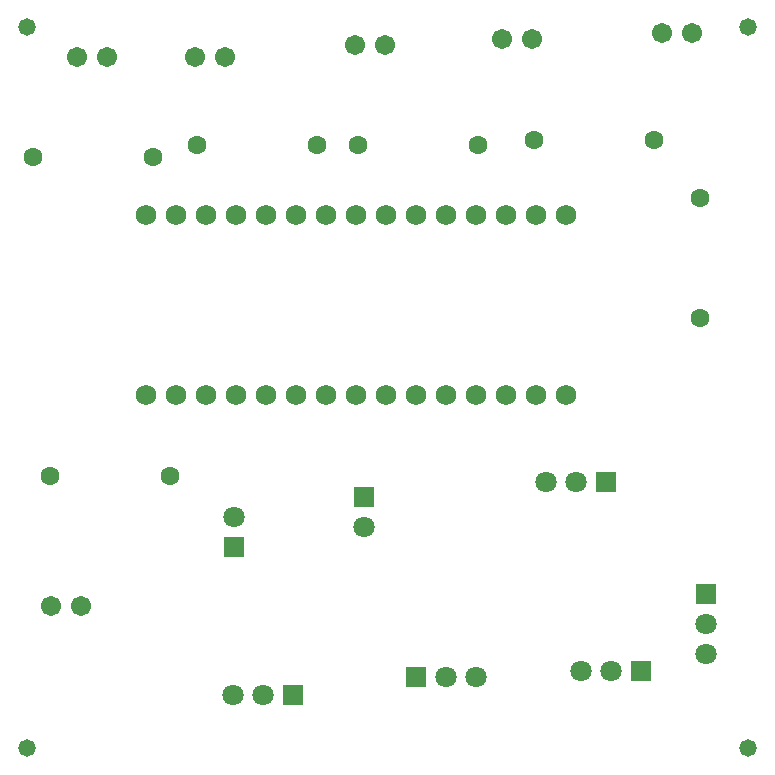
<source format=gbs>
G04*
G04 #@! TF.GenerationSoftware,Altium Limited,Altium Designer,22.6.1 (34)*
G04*
G04 Layer_Color=16711935*
%FSLAX24Y24*%
%MOIN*%
G70*
G04*
G04 #@! TF.SameCoordinates,6E773C18-5622-4DD5-A5AB-6A1A1A176540*
G04*
G04*
G04 #@! TF.FilePolarity,Negative*
G04*
G01*
G75*
%ADD15C,0.0710*%
%ADD16R,0.0710X0.0710*%
%ADD17C,0.0680*%
%ADD18C,0.0671*%
%ADD19C,0.0631*%
%ADD20R,0.0710X0.0710*%
%ADD21C,0.0580*%
D15*
X7677Y8480D02*
D03*
X12008Y8161D02*
D03*
X8646Y2559D02*
D03*
X7646D02*
D03*
X19079Y9646D02*
D03*
X18079D02*
D03*
X20260Y3346D02*
D03*
X19260D02*
D03*
X14764Y3150D02*
D03*
X15764D02*
D03*
X23425Y4921D02*
D03*
Y3921D02*
D03*
D16*
X7677Y7480D02*
D03*
X12008Y9161D02*
D03*
X23425Y5921D02*
D03*
D17*
X18764Y18551D02*
D03*
X17764D02*
D03*
X16764D02*
D03*
X15764D02*
D03*
X14764D02*
D03*
X13764D02*
D03*
X12764D02*
D03*
X11764D02*
D03*
X10764D02*
D03*
X9764D02*
D03*
X8764D02*
D03*
X7764D02*
D03*
X6764D02*
D03*
X5764D02*
D03*
X4764D02*
D03*
Y12551D02*
D03*
X5764D02*
D03*
X6764D02*
D03*
X7764D02*
D03*
X8764D02*
D03*
X9764D02*
D03*
X10764D02*
D03*
X11764D02*
D03*
X12764D02*
D03*
X13764D02*
D03*
X14764D02*
D03*
X15764D02*
D03*
X16764D02*
D03*
X17764D02*
D03*
X18764D02*
D03*
D18*
X2453Y23819D02*
D03*
X3453D02*
D03*
X7390D02*
D03*
X6390D02*
D03*
X11705Y24213D02*
D03*
X12705D02*
D03*
X17626Y24409D02*
D03*
X16626D02*
D03*
X21941Y24606D02*
D03*
X22941D02*
D03*
X1575Y5512D02*
D03*
X2575D02*
D03*
D19*
X4984Y20472D02*
D03*
X984D02*
D03*
X6465Y20866D02*
D03*
X10465D02*
D03*
X11811D02*
D03*
X15811D02*
D03*
X21685Y21063D02*
D03*
X17685D02*
D03*
X23228Y19126D02*
D03*
Y15126D02*
D03*
X5543Y9843D02*
D03*
X1543D02*
D03*
D20*
X9646Y2559D02*
D03*
X20079Y9646D02*
D03*
X21260Y3346D02*
D03*
X13764Y3150D02*
D03*
D21*
X24803Y24803D02*
D03*
Y787D02*
D03*
X787D02*
D03*
Y24803D02*
D03*
M02*

</source>
